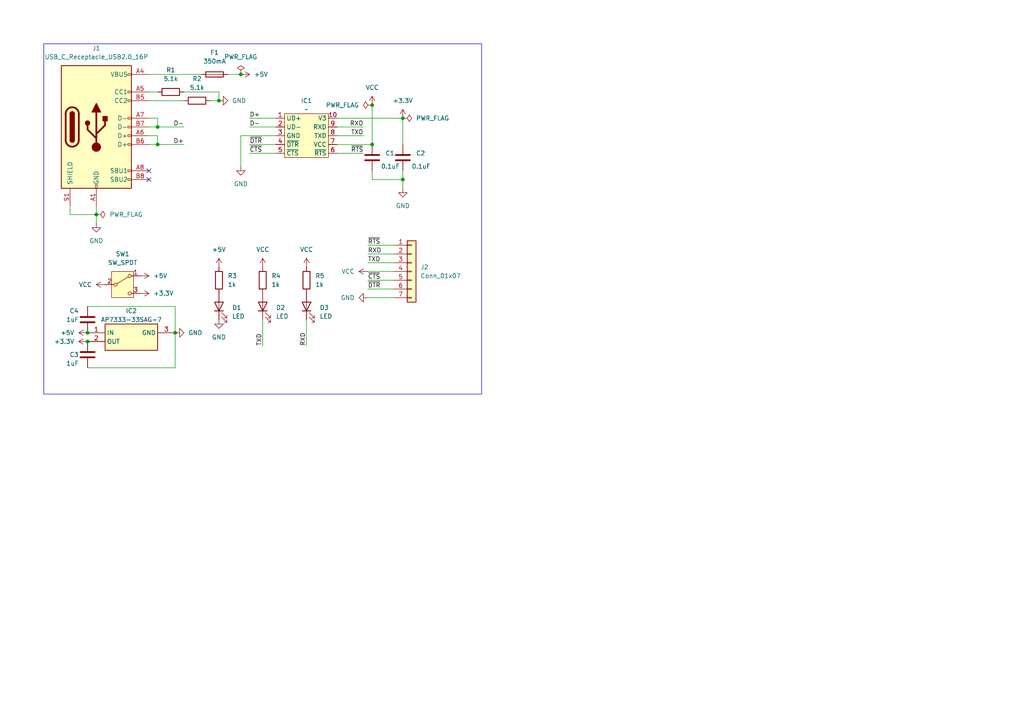
<source format=kicad_sch>
(kicad_sch (version 20231120) (generator "eeschema") (generator_version "8.0")
  (paper "A4")
  (title_block (title "UART_Programmer") (date "2024-06-29") (company "yukuyuku4123") (comment 1 "https://twitter.com/yukuyuku4123") (comment 2 "https://github.com/zukki4123"))
  (lib_symbols
    (symbol "CH340:CH340K"
      (property "Reference" "IC" (at 0 7.62 0))
      (symbol "CH340K_1_1"
        (rectangle (start -6.35 6.35) (end 6.35 -6.35) (fill (type background)))
        (pin input line (at -8.89 5.08 0) (length 2.54) (name "UD+") (number "1"))
        (pin power_in line (at 8.89 5.08 180) (length 2.54) (name "V3") (number "10"))
        (pin input line (at -8.89 2.54 0) (length 2.54) (name "UD-") (number "2"))
        (pin power_in line (at -8.89 0 0) (length 2.54) (name "GND") (number "3"))
        (pin bidirectional line (at -8.89 -2.54 0) (length 2.54) (name "~{DTR}") (number "4"))
        (pin bidirectional line (at -8.89 -5.08 0) (length 2.54) (name "~{CTS}") (number "5"))
        (pin bidirectional line (at 8.89 -5.08 180) (length 2.54) (name "~{RTS}") (number "6"))
        (pin power_in line (at 8.89 -2.54 180) (length 2.54) (name "VCC") (number "7"))
        (pin bidirectional line (at 8.89 0 180) (length 2.54) (name "TXD") (number "8"))
        (pin input line (at 8.89 2.54 180) (length 2.54) (name "RXD") (number "9"))
      )
    )
    (symbol "Connector:USB_C_Receptacle_USB2.0_16P" (pin_names (offset 1.016))
      (property "Reference" "J" (at 0 22.225 0))
      (property "Value" "USB_C_Receptacle_USB2.0_16P" (at 0 19.685 0))
      (symbol "USB_C_Receptacle_USB2.0_16P_0_0"
        (rectangle (start -0.254 -17.78) (end 0.254 -16.764))
        (rectangle (start 10.16 -14.986) (end 9.144 -15.494))
        (rectangle (start 10.16 -12.446) (end 9.144 -12.954))
        (rectangle (start 10.16 -4.826) (end 9.144 -5.334))
        (rectangle (start 10.16 -2.286) (end 9.144 -2.794))
        (rectangle (start 10.16 0.254) (end 9.144 -0.254))
        (rectangle (start 10.16 2.794) (end 9.144 2.286))
        (rectangle (start 10.16 7.874) (end 9.144 7.366))
        (rectangle (start 10.16 10.414) (end 9.144 9.906))
        (rectangle (start 10.16 15.494) (end 9.144 14.986))
      )
      (symbol "USB_C_Receptacle_USB2.0_16P_0_1"
        (rectangle (start -10.16 17.78) (end 10.16 -17.78) (stroke (width 0.254)) (fill (type background)))
        (arc (start -8.89 -3.81) (mid -6.985 -5.7067) (end -5.08 -3.81) (stroke (width 0.508)))
        (arc (start -7.62 -3.81) (mid -6.985 -4.4423) (end -6.35 -3.81) (stroke (width 0.254)))
        (arc (start -7.62 -3.81) (mid -6.985 -4.4423) (end -6.35 -3.81) (stroke (width 0.254)) (fill (type outline)))
        (rectangle (start -7.62 -3.81) (end -6.35 3.81) (stroke (width 0.254)) (fill (type outline)))
        (arc (start -6.35 3.81) (mid -6.985 4.4423) (end -7.62 3.81) (stroke (width 0.254)))
        (arc (start -6.35 3.81) (mid -6.985 4.4423) (end -7.62 3.81) (stroke (width 0.254)) (fill (type outline)))
        (arc (start -5.08 3.81) (mid -6.985 5.7067) (end -8.89 3.81) (stroke (width 0.508)))
        (circle (center -2.54 1.143) (radius 0.635) (stroke (width 0.254)) (fill (type outline)))
        (circle (center 0 -5.842) (radius 1.27) (fill (type outline)))
        (polyline (pts (xy -8.89 -3.81) (xy -8.89 3.81)) (stroke (width 0.508)))
        (polyline (pts (xy -5.08 3.81) (xy -5.08 -3.81)) (stroke (width 0.508)))
        (polyline (pts (xy 0 -5.842) (xy 0 4.318)) (stroke (width 0.508)))
        (polyline (pts (xy 0 -3.302) (xy -2.54 -0.762) (xy -2.54 0.508)) (stroke (width 0.508)))
        (polyline (pts (xy 0 -2.032) (xy 2.54 0.508) (xy 2.54 1.778)) (stroke (width 0.508)))
        (polyline (pts (xy -1.27 4.318) (xy 0 6.858) (xy 1.27 4.318) (xy -1.27 4.318)) (stroke (width 0.254)) (fill (type outline)))
        (rectangle (start 1.905 1.778) (end 3.175 3.048) (stroke (width 0.254)) (fill (type outline)))
      )
      (symbol "USB_C_Receptacle_USB2.0_16P_1_1"
        (pin passive line (at 0 -22.86 90) (length 5.08) (name "GND") (number "A1"))
        (pin passive line (at 0 -22.86 90) (length 5.08) hide (name "GND") (number "A12"))
        (pin passive line (at 15.24 15.24 180) (length 5.08) (name "VBUS") (number "A4"))
        (pin bidirectional line (at 15.24 10.16 180) (length 5.08) (name "CC1") (number "A5"))
        (pin bidirectional line (at 15.24 -2.54 180) (length 5.08) (name "D+") (number "A6"))
        (pin bidirectional line (at 15.24 2.54 180) (length 5.08) (name "D-") (number "A7"))
        (pin bidirectional line (at 15.24 -12.7 180) (length 5.08) (name "SBU1") (number "A8"))
        (pin passive line (at 15.24 15.24 180) (length 5.08) hide (name "VBUS") (number "A9"))
        (pin passive line (at 0 -22.86 90) (length 5.08) hide (name "GND") (number "B1"))
        (pin passive line (at 0 -22.86 90) (length 5.08) hide (name "GND") (number "B12"))
        (pin passive line (at 15.24 15.24 180) (length 5.08) hide (name "VBUS") (number "B4"))
        (pin bidirectional line (at 15.24 7.62 180) (length 5.08) (name "CC2") (number "B5"))
        (pin bidirectional line (at 15.24 -5.08 180) (length 5.08) (name "D+") (number "B6"))
        (pin bidirectional line (at 15.24 0 180) (length 5.08) (name "D-") (number "B7"))
        (pin bidirectional line (at 15.24 -15.24 180) (length 5.08) (name "SBU2") (number "B8"))
        (pin passive line (at 15.24 15.24 180) (length 5.08) hide (name "VBUS") (number "B9"))
        (pin passive line (at -7.62 -22.86 90) (length 5.08) (name "SHIELD") (number "S1"))
      )
    )
    (symbol "Connector_Generic:Conn_01x07" (pin_names (offset 1.016) hide)
      (property "Reference" "J" (at 0 10.16 0))
      (property "Value" "Conn_01x07" (at 0 -10.16 0))
      (symbol "Conn_01x07_1_1"
        (rectangle (start -1.27 -7.493) (end 0 -7.747) (stroke (width 0.1524)))
        (rectangle (start -1.27 -4.953) (end 0 -5.207) (stroke (width 0.1524)))
        (rectangle (start -1.27 -2.413) (end 0 -2.667) (stroke (width 0.1524)))
        (rectangle (start -1.27 0.127) (end 0 -0.127) (stroke (width 0.1524)))
        (rectangle (start -1.27 2.667) (end 0 2.413) (stroke (width 0.1524)))
        (rectangle (start -1.27 5.207) (end 0 4.953) (stroke (width 0.1524)))
        (rectangle (start -1.27 7.747) (end 0 7.493) (stroke (width 0.1524)))
        (rectangle (start -1.27 8.89) (end 1.27 -8.89) (stroke (width 0.254)) (fill (type background)))
        (pin passive line (at -5.08 7.62 0) (length 3.81) (name "Pin_1") (number "1"))
        (pin passive line (at -5.08 5.08 0) (length 3.81) (name "Pin_2") (number "2"))
        (pin passive line (at -5.08 2.54 0) (length 3.81) (name "Pin_3") (number "3"))
        (pin passive line (at -5.08 0 0) (length 3.81) (name "Pin_4") (number "4"))
        (pin passive line (at -5.08 -2.54 0) (length 3.81) (name "Pin_5") (number "5"))
        (pin passive line (at -5.08 -5.08 0) (length 3.81) (name "Pin_6") (number "6"))
        (pin passive line (at -5.08 -7.62 0) (length 3.81) (name "Pin_7") (number "7"))
      )
    )
    (symbol "Device:C" (pin_numbers hide) (pin_names (offset 0.254))
      (property "Reference" "C" (at 0.635 2.54 0))
      (property "Value" "C" (at 0.635 -2.54 0))
      (symbol "C_0_1"
        (polyline (pts (xy -2.032 -0.762) (xy 2.032 -0.762)) (stroke (width 0.508)))
        (polyline (pts (xy -2.032 0.762) (xy 2.032 0.762)) (stroke (width 0.508)))
      )
      (symbol "C_1_1"
        (pin passive line (at 0 3.81 270) (length 2.794) (name "~") (number "1"))
        (pin passive line (at 0 -3.81 90) (length 2.794) (name "~") (number "2"))
      )
    )
    (symbol "Device:Fuse" (pin_numbers hide) (pin_names (offset 0))
      (property "Reference" "F" (at 2.032 0 90))
      (property "Value" "Fuse" (at -1.905 0 90))
      (symbol "Fuse_0_1"
        (rectangle (start -0.762 -2.54) (end 0.762 2.54) (stroke (width 0.254)))
        (polyline (pts (xy 0 2.54) (xy 0 -2.54)))
      )
      (symbol "Fuse_1_1"
        (pin passive line (at 0 3.81 270) (length 1.27) (name "~") (number "1"))
        (pin passive line (at 0 -3.81 90) (length 1.27) (name "~") (number "2"))
      )
    )
    (symbol "Device:LED" (pin_numbers hide) (pin_names (offset 1.016) hide)
      (property "Reference" "D" (at 0 2.54 0))
      (property "Value" "LED" (at 0 -2.54 0))
      (symbol "LED_0_1"
        (polyline (pts (xy -1.27 -1.27) (xy -1.27 1.27)) (stroke (width 0.254)))
        (polyline (pts (xy -1.27 0) (xy 1.27 0)))
        (polyline (pts (xy 1.27 -1.27) (xy 1.27 1.27) (xy -1.27 0) (xy 1.27 -1.27)) (stroke (width 0.254)))
        (polyline (pts (xy -3.048 -0.762) (xy -4.572 -2.286) (xy -3.81 -2.286) (xy -4.572 -2.286) (xy -4.572 -1.524)))
        (polyline (pts (xy -1.778 -0.762) (xy -3.302 -2.286) (xy -2.54 -2.286) (xy -3.302 -2.286) (xy -3.302 -1.524)))
      )
      (symbol "LED_1_1"
        (pin passive line (at -3.81 0 0) (length 2.54) (name "K") (number "1"))
        (pin passive line (at 3.81 0 180) (length 2.54) (name "A") (number "2"))
      )
    )
    (symbol "Device:R" (pin_numbers hide) (pin_names (offset 0))
      (property "Reference" "R" (at 2.032 0 90))
      (property "Value" "R" (at 0 0 90))
      (symbol "R_0_1"
        (rectangle (start -1.016 -2.54) (end 1.016 2.54) (stroke (width 0.254)))
      )
      (symbol "R_1_1"
        (pin passive line (at 0 3.81 270) (length 1.27) (name "~") (number "1"))
        (pin passive line (at 0 -3.81 90) (length 1.27) (name "~") (number "2"))
      )
    )
    (symbol "SamacSys_Parts:AP7333-33SAG-7"
      (property "Reference" "IC" (at 21.59 7.62 0))
      (property "Value" "AP7333-33SAG-7" (at 21.59 5.08 0))
      (symbol "AP7333-33SAG-7_1_1"
        (rectangle (start 5.08 2.54) (end 20.32 -5.08) (stroke (width 0.254)) (fill (type background)))
        (pin passive line (at 0 0 0) (length 5.08) (name "IN") (number "1"))
        (pin passive line (at 0 -2.54 0) (length 5.08) (name "OUT") (number "2"))
        (pin passive line (at 25.4 0 180) (length 5.08) (name "GND") (number "3"))
      )
    )
    (symbol "Switch:SW_SPDT" (pin_names (offset 0) hide)
      (property "Reference" "SW" (at 0 5.08 0))
      (property "Value" "SW_SPDT" (at 0 -5.08 0))
      (symbol "SW_SPDT_0_1"
        (circle (center -2.032 0) (radius 0.4572))
        (polyline (pts (xy -1.651 0.254) (xy 1.651 2.286)))
        (circle (center 2.032 -2.54) (radius 0.4572))
        (circle (center 2.032 2.54) (radius 0.4572))
      )
      (symbol "SW_SPDT_1_1"
        (rectangle (start -3.175 3.81) (end 3.175 -3.81) (fill (type background)))
        (pin passive line (at 5.08 2.54 180) (length 2.54) (name "A") (number "1"))
        (pin passive line (at -5.08 0 0) (length 2.54) (name "B") (number "2"))
        (pin passive line (at 5.08 -2.54 180) (length 2.54) (name "C") (number "3"))
      )
    )
    (symbol "power:+3.3V" (power) (pin_numbers hide) (pin_names (offset 0) hide)
      (property "Value" "+3.3V" (at 0 3.556 0))
      (symbol "+3.3V_0_1"
        (polyline (pts (xy -0.762 1.27) (xy 0 2.54)))
        (polyline (pts (xy 0 0) (xy 0 2.54)))
        (polyline (pts (xy 0 2.54) (xy 0.762 1.27)))
      )
      (symbol "+3.3V_1_1"
        (pin power_in line (at 0 0 90) (length 0) (name "~") (number "1"))
      )
    )
    (symbol "power:+5V" (power) (pin_numbers hide) (pin_names (offset 0) hide)
      (property "Value" "+5V" (at 0 3.556 0))
      (symbol "+5V_0_1"
        (polyline (pts (xy -0.762 1.27) (xy 0 2.54)))
        (polyline (pts (xy 0 0) (xy 0 2.54)))
        (polyline (pts (xy 0 2.54) (xy 0.762 1.27)))
      )
      (symbol "+5V_1_1"
        (pin power_in line (at 0 0 90) (length 0) (name "~") (number "1"))
      )
    )
    (symbol "power:GND" (power) (pin_numbers hide) (pin_names (offset 0) hide)
      (property "Value" "GND" (at 0 -3.81 0))
      (symbol "GND_0_1"
        (polyline (pts (xy 0 0) (xy 0 -1.27) (xy 1.27 -1.27) (xy 0 -2.54) (xy -1.27 -1.27) (xy 0 -1.27)))
      )
      (symbol "GND_1_1"
        (pin power_in line (at 0 0 270) (length 0) (name "~") (number "1"))
      )
    )
    (symbol "power:PWR_FLAG" (power) (pin_numbers hide) (pin_names (offset 0) hide)
      (property "Value" "PWR_FLAG" (at 0 3.81 0))
      (symbol "PWR_FLAG_0_0"
        (pin power_out line (at 0 0 90) (length 0) (name "~") (number "1"))
      )
      (symbol "PWR_FLAG_0_1"
        (polyline (pts (xy 0 0) (xy 0 1.27) (xy -1.016 1.905) (xy 0 2.54) (xy 1.016 1.905) (xy 0 1.27)))
      )
    )
    (symbol "power:VCC" (power) (pin_numbers hide) (pin_names (offset 0) hide)
      (property "Value" "VCC" (at 0 3.556 0))
      (symbol "VCC_0_1"
        (polyline (pts (xy -0.762 1.27) (xy 0 2.54)))
        (polyline (pts (xy 0 0) (xy 0 2.54)))
        (polyline (pts (xy 0 2.54) (xy 0.762 1.27)))
      )
      (symbol "VCC_1_1"
        (pin power_in line (at 0 0 90) (length 0) (name "~") (number "1"))
      )
    )
  )
  (junction (at 45.72 41.91))
  (junction (at 69.85 21.59))
  (junction (at 63.5 29.21))
  (junction (at 107.95 41.91))
  (junction (at 45.72 36.83))
  (junction (at 107.95 30.48))
  (junction (at 25.4 99.06))
  (junction (at 25.4 96.52))
  (junction (at 116.84 52.07))
  (junction (at 50.8 96.52))
  (junction (at 116.84 34.29))
  (junction (at 27.94 62.23))
  (no_connect (at 43.18 52.07))
  (no_connect (at 43.18 49.53))
  (wire (pts (xy 116.84 52.07) (xy 116.84 49.53)))
  (wire (pts (xy 20.32 62.23) (xy 27.94 62.23)))
  (wire (pts (xy 53.34 26.67) (xy 63.5 26.67)))
  (wire (pts (xy 114.3 71.12) (xy 106.68 71.12)))
  (wire (pts (xy 43.18 26.67) (xy 45.72 26.67)))
  (wire (pts (xy 72.39 41.91) (xy 80.01 41.91)))
  (wire (pts (xy 107.95 49.53) (xy 107.95 52.07)))
  (wire (pts (xy 72.39 44.45) (xy 80.01 44.45)))
  (wire (pts (xy 97.79 36.83) (xy 105.41 36.83)))
  (wire (pts (xy 43.18 34.29) (xy 45.72 34.29)))
  (wire (pts (xy 106.68 78.74) (xy 114.3 78.74)))
  (wire (pts (xy 25.4 106.68) (xy 50.8 106.68)))
  (wire (pts (xy 114.3 76.2) (xy 106.68 76.2)))
  (wire (pts (xy 106.68 81.28) (xy 114.3 81.28)))
  (wire (pts (xy 50.8 106.68) (xy 50.8 96.52)))
  (wire (pts (xy 116.84 34.29) (xy 116.84 41.91)))
  (wire (pts (xy 88.9 92.71) (xy 88.9 100.33)))
  (wire (pts (xy 97.79 41.91) (xy 107.95 41.91)))
  (wire (pts (xy 97.79 34.29) (xy 116.84 34.29)))
  (wire (pts (xy 45.72 34.29) (xy 45.72 36.83)))
  (wire (pts (xy 72.39 34.29) (xy 80.01 34.29)))
  (wire (pts (xy 45.72 36.83) (xy 53.34 36.83)))
  (wire (pts (xy 63.5 26.67) (xy 63.5 29.21)))
  (wire (pts (xy 107.95 52.07) (xy 116.84 52.07)))
  (wire (pts (xy 45.72 41.91) (xy 53.34 41.91)))
  (wire (pts (xy 20.32 59.69) (xy 20.32 62.23)))
  (wire (pts (xy 43.18 29.21) (xy 53.34 29.21)))
  (wire (pts (xy 72.39 36.83) (xy 80.01 36.83)))
  (wire (pts (xy 27.94 62.23) (xy 27.94 59.69)))
  (wire (pts (xy 76.2 92.71) (xy 76.2 100.33)))
  (wire (pts (xy 43.18 41.91) (xy 45.72 41.91)))
  (wire (pts (xy 50.8 88.9) (xy 50.8 96.52)))
  (wire (pts (xy 114.3 73.66) (xy 106.68 73.66)))
  (wire (pts (xy 116.84 52.07) (xy 116.84 54.61)))
  (wire (pts (xy 43.18 39.37) (xy 45.72 39.37)))
  (wire (pts (xy 97.79 44.45) (xy 105.41 44.45)))
  (wire (pts (xy 43.18 21.59) (xy 58.42 21.59)))
  (wire (pts (xy 43.18 36.83) (xy 45.72 36.83)))
  (wire (pts (xy 107.95 30.48) (xy 107.95 41.91)))
  (wire (pts (xy 66.04 21.59) (xy 69.85 21.59)))
  (wire (pts (xy 106.68 83.82) (xy 114.3 83.82)))
  (wire (pts (xy 80.01 39.37) (xy 69.85 39.37)))
  (wire (pts (xy 69.85 39.37) (xy 69.85 48.26)))
  (wire (pts (xy 60.96 29.21) (xy 63.5 29.21)))
  (wire (pts (xy 97.79 39.37) (xy 105.41 39.37)))
  (wire (pts (xy 45.72 39.37) (xy 45.72 41.91)))
  (wire (pts (xy 27.94 62.23) (xy 27.94 64.77)))
  (wire (pts (xy 25.4 88.9) (xy 50.8 88.9)))
  (wire (pts (xy 106.68 86.36) (xy 114.3 86.36)))
  (rectangle (start 12.7 12.7) (end 139.7 114.3))
  (label "D+" (at 72.39 34.29 0))
  (label "~{CTS}" (at 106.68 81.28 0))
  (label "~{CTS}" (at 72.39 44.45 0))
  (label "D-" (at 53.34 36.83 180))
  (label "TXD" (at 76.2 100.33 90))
  (label "TXD" (at 106.68 76.2 0))
  (label "TXD" (at 105.41 39.37 180))
  (label "RXD" (at 88.9 100.33 90))
  (label "D+" (at 53.34 41.91 180))
  (label "RXD" (at 105.41 36.83 180))
  (label "D-" (at 72.39 36.83 0))
  (label "~{DTR}" (at 72.39 41.91 0))
  (label "~{RTS}" (at 106.68 71.12 0))
  (label "~{RTS}" (at 105.41 44.45 180))
  (label "~{DTR}" (at 106.68 83.82 0))
  (label "RXD" (at 106.68 73.66 0))
  (symbol (lib_id "power:GND") (at 27.94 64.77 0) (unit 1)
    (property "Reference" "#PWR01" (effects (hide yes)))
    (property "Value" "GND" (at 27.94 69.85 0))
    (property "Description" "Power symbol creates a global label with name \"GND\" , ground" (effects (hide yes)))
  )
  (symbol (lib_id "Device:R") (at 57.15 29.21 270) (unit 1)
    (property "Reference" "R2" (at 57.15 22.86 90))
    (property "Value" "5.1k" (at 57.15 25.4 90))
    (property "Footprint" "Resistor_SMD:R_0603_1608Metric" (effects (hide yes)))
    (property "Description" "Resistor" (effects (hide yes)))
  )
  (symbol (lib_id "Switch:SW_SPDT") (at 35.56 82.55 0) (unit 1)
    (property "Reference" "SW1" (at 35.56 73.66 0))
    (property "Value" "SW_SPDT" (at 35.56 76.2 0))
    (property "Footprint" "Button_Switch_THT:SW_Slide_SPDT_Angled_CK_OS102011MA1Q" (effects (hide yes)))
    (property "Description" "Switch, single pole double throw" (effects (hide yes)))
  )
  (symbol (lib_id "Device:C") (at 25.4 102.87 0) (mirror y) (unit 1)
    (property "Reference" "C3" (at 22.86 102.87 0) (effects (justify left)))
    (property "Value" "1uF" (at 22.86 105.41 0) (effects (justify left)))
    (property "Footprint" "Capacitor_SMD:C_0603_1608Metric" (effects (hide yes)))
    (property "Description" "Unpolarized capacitor" (effects (hide yes)))
  )
  (symbol (lib_id "SamacSys_Parts:AP7333-33SAG-7") (at 25.4 96.52 0) (unit 1)
    (property "Reference" "IC2" (at 38.1 90.17 0))
    (property "Value" "AP7333-33SAG-7" (at 38.1 92.71 0))
    (property "Footprint" "Package_TO_SOT_SMD:TSOT-23" (effects (hide yes)))
    (property "Datasheet" "https://www.diodes.com//assets/Datasheets/AP7333.pdf" (effects (hide yes)))
    (property "Description" "Linear Voltage Regulator IC Positive Fixed 1 Output 300mA SOT-23-3" (effects (hide yes)))
    (property "Height" "1.35" (effects (hide yes)))
    (property "Mouser Part Number" "621-AP7333-33SAG-7" (effects (hide yes)))
    (property "Mouser Price/Stock" "https://www.mouser.co.uk/ProductDetail/Diodes-Incorporated/AP7333-33SAG-7?qs=vIZ3oKQCLxpWqm5zu2HqxA%3D%3D" (effects (hide yes)))
    (property "Manufacturer_Name" "Diodes Incorporated" (effects (hide yes)))
    (property "Manufacturer_Part_Number" "AP7333-33SAG-7" (effects (hide yes)))
  )
  (symbol (lib_id "power:VCC") (at 107.95 30.48 0) (unit 1)
    (property "Reference" "#PWR05" (effects (hide yes)))
    (property "Value" "VCC" (at 107.95 25.4 0))
    (property "Description" "Power symbol creates a global label with name \"VCC\"" (effects (hide yes)))
  )
  (symbol (lib_id "power:PWR_FLAG") (at 116.84 34.29 270) (unit 1)
    (property "Reference" "#FLG02" (effects (hide yes)))
    (property "Value" "PWR_FLAG" (at 120.65 34.2899 90) (effects (justify left)))
    (property "Description" "Special symbol for telling ERC where power comes from" (effects (hide yes)))
  )
  (symbol (lib_id "CH340:CH340K") (at 88.9 39.37 0) (unit 1)
    (property "Reference" "IC1" (at 88.9 29.21 0))
    (property "Value" "~" (at 88.9 31.75 0))
    (property "Footprint" "Package_SO:SSOP-10_3.9x4.9mm_P1.00mm" (effects (hide yes)))
  )
  (symbol (lib_id "Device:R") (at 63.5 81.28 0) (unit 1)
    (property "Reference" "R3" (at 66.04 80.0099 0) (effects (justify left)))
    (property "Value" "1k" (at 66.04 82.5499 0) (effects (justify left)))
    (property "Footprint" "Resistor_SMD:R_0603_1608Metric" (effects (hide yes)))
    (property "Description" "Resistor" (effects (hide yes)))
  )
  (symbol (lib_id "power:PWR_FLAG") (at 69.85 21.59 0) (unit 1)
    (property "Reference" "#FLG04" (effects (hide yes)))
    (property "Value" "PWR_FLAG" (at 69.85 16.51 0))
    (property "Description" "Special symbol for telling ERC where power comes from" (effects (hide yes)))
  )
  (symbol (lib_id "Device:C") (at 116.84 45.72 0) (unit 1)
    (property "Reference" "C2" (at 120.65 44.4499 0) (effects (justify left)))
    (property "Value" "0.1uF" (at 119.38 48.26 0) (effects (justify left)))
    (property "Footprint" "Capacitor_SMD:C_0402_1005Metric" (effects (hide yes)))
    (property "Description" "Unpolarized capacitor" (effects (hide yes)))
  )
  (symbol (lib_id "Device:Fuse") (at 62.23 21.59 90) (unit 1)
    (property "Reference" "F1" (at 62.23 15.24 90))
    (property "Value" "350mA" (at 62.23 17.78 90))
    (property "Footprint" "Fuse:Fuse_0402_1005Metric" (effects (hide yes)))
    (property "Description" "Fuse" (effects (hide yes)))
  )
  (symbol (lib_id "power:PWR_FLAG") (at 107.95 30.48 90) (unit 1)
    (property "Reference" "#FLG03" (effects (hide yes)))
    (property "Value" "PWR_FLAG" (at 104.14 30.4799 90) (effects (justify left)))
    (property "Description" "Special symbol for telling ERC where power comes from" (effects (hide yes)))
  )
  (symbol (lib_id "power:+3.3V") (at 25.4 99.06 90) (unit 1)
    (property "Reference" "#PWR010" (effects (hide yes)))
    (property "Value" "+3.3V" (at 21.59 99.0599 90) (effects (justify left)))
    (property "Description" "Power symbol creates a global label with name \"+3.3V\"" (effects (hide yes)))
  )
  (symbol (lib_id "power:GND") (at 106.68 86.36 270) (unit 1)
    (property "Reference" "#PWR015" (effects (hide yes)))
    (property "Value" "GND" (at 102.87 86.3599 90) (effects (justify right)))
    (property "Description" "Power symbol creates a global label with name \"GND\" , ground" (effects (hide yes)))
  )
  (symbol (lib_id "power:VCC") (at 88.9 77.47 0) (unit 1)
    (property "Reference" "#PWR014" (effects (hide yes)))
    (property "Value" "VCC" (at 88.9 72.39 0))
    (property "Description" "Power symbol creates a global label with name \"VCC\"" (effects (hide yes)))
  )
  (symbol (lib_id "Device:R") (at 88.9 81.28 0) (unit 1)
    (property "Reference" "R5" (at 91.44 80.0099 0) (effects (justify left)))
    (property "Value" "1k" (at 91.44 82.5499 0) (effects (justify left)))
    (property "Footprint" "Resistor_SMD:R_0603_1608Metric" (effects (hide yes)))
    (property "Description" "Resistor" (effects (hide yes)))
  )
  (symbol (lib_id "power:PWR_FLAG") (at 27.94 62.23 270) (unit 1)
    (property "Reference" "#FLG01" (effects (hide yes)))
    (property "Value" "PWR_FLAG" (at 31.75 62.2299 90) (effects (justify left)))
    (property "Description" "Special symbol for telling ERC where power comes from" (effects (hide yes)))
  )
  (symbol (lib_id "Device:LED") (at 63.5 88.9 90) (unit 1)
    (property "Reference" "D1" (at 67.31 89.2174 90) (effects (justify right)))
    (property "Value" "LED" (at 67.31 91.7574 90) (effects (justify right)))
    (property "Footprint" "LED_SMD:LED_0603_1608Metric" (effects (hide yes)))
    (property "Description" "Light emitting diode" (effects (hide yes)))
  )
  (symbol (lib_id "Connector_Generic:Conn_01x07") (at 119.38 78.74 0) (unit 1)
    (property "Reference" "J2" (at 121.92 77.4699 0) (effects (justify left)))
    (property "Value" "Conn_01x07" (at 121.92 80.0099 0) (effects (justify left)))
    (property "Footprint" "Connector_PinHeader_2.54mm:PinHeader_1x07_P2.54mm_Vertical" (effects (hide yes)))
    (property "Description" "Generic connector, single row, 01x07, script generated (kicad-library-utils/schlib/autogen/connector/)" (effects (hide yes)))
  )
  (symbol (lib_id "power:VCC") (at 30.48 82.55 90) (unit 1)
    (property "Reference" "#PWR019" (effects (hide yes)))
    (property "Value" "VCC" (at 26.67 82.5499 90) (effects (justify left)))
    (property "Description" "Power symbol creates a global label with name \"VCC\"" (effects (hide yes)))
  )
  (symbol (lib_id "power:+3.3V") (at 116.84 34.29 0) (unit 1)
    (property "Reference" "#PWR06" (effects (hide yes)))
    (property "Value" "+3.3V" (at 116.84 29.21 0))
    (property "Description" "Power symbol creates a global label with name \"+3.3V\"" (effects (hide yes)))
  )
  (symbol (lib_id "Device:LED") (at 76.2 88.9 90) (unit 1)
    (property "Reference" "D2" (at 80.01 89.2174 90) (effects (justify right)))
    (property "Value" "LED" (at 80.01 91.7574 90) (effects (justify right)))
    (property "Footprint" "LED_SMD:LED_0603_1608Metric" (effects (hide yes)))
    (property "Description" "Light emitting diode" (effects (hide yes)))
  )
  (symbol (lib_id "Connector:USB_C_Receptacle_USB2.0_16P") (at 27.94 36.83 0) (unit 1)
    (property "Reference" "J1" (at 27.94 13.97 0))
    (property "Value" "USB_C_Receptacle_USB2.0_16P" (at 27.94 16.51 0))
    (property "Footprint" "Connector_USB:USB_C_Receptacle_GCT_USB4105-xx-A_16P_TopMnt_Horizontal" (effects (hide yes)))
    (property "Datasheet" "https://www.usb.org/sites/default/files/documents/usb_type-c.zip" (effects (hide yes)))
    (property "Description" "USB 2.0-only 16P Type-C Receptacle connector" (effects (hide yes)))
  )
  (symbol (lib_id "power:+5V") (at 63.5 77.47 0) (unit 1)
    (property "Reference" "#PWR012" (effects (hide yes)))
    (property "Value" "+5V" (at 63.5 72.39 0))
    (property "Description" "Power symbol creates a global label with name \"+5V\"" (effects (hide yes)))
  )
  (symbol (lib_id "power:GND") (at 50.8 96.52 90) (unit 1)
    (property "Reference" "#PWR08" (effects (hide yes)))
    (property "Value" "GND" (at 54.61 96.5199 90) (effects (justify right)))
    (property "Description" "Power symbol creates a global label with name \"GND\" , ground" (effects (hide yes)))
  )
  (symbol (lib_id "power:GND") (at 69.85 48.26 0) (unit 1)
    (property "Reference" "#PWR04" (effects (hide yes)))
    (property "Value" "GND" (at 69.85 53.34 0))
    (property "Description" "Power symbol creates a global label with name \"GND\" , ground" (effects (hide yes)))
  )
  (symbol (lib_id "power:VCC") (at 106.68 78.74 90) (unit 1)
    (property "Reference" "#PWR016" (effects (hide yes)))
    (property "Value" "VCC" (at 102.87 78.7399 90) (effects (justify left)))
    (property "Description" "Power symbol creates a global label with name \"VCC\"" (effects (hide yes)))
  )
  (symbol (lib_id "power:GND") (at 63.5 29.21 90) (unit 1)
    (property "Reference" "#PWR02" (effects (hide yes)))
    (property "Value" "GND" (at 67.31 29.2099 90) (effects (justify right)))
    (property "Description" "Power symbol creates a global label with name \"GND\" , ground" (effects (hide yes)))
  )
  (symbol (lib_id "power:GND") (at 63.5 92.71 0) (unit 1)
    (property "Reference" "#PWR011" (effects (hide yes)))
    (property "Value" "GND" (at 63.5 97.79 0))
    (property "Description" "Power symbol creates a global label with name \"GND\" , ground" (effects (hide yes)))
  )
  (symbol (lib_id "power:+5V") (at 40.64 80.01 270) (unit 1)
    (property "Reference" "#PWR017" (effects (hide yes)))
    (property "Value" "+5V" (at 44.45 80.0099 90) (effects (justify left)))
    (property "Description" "Power symbol creates a global label with name \"+5V\"" (effects (hide yes)))
  )
  (symbol (lib_id "Device:R") (at 49.53 26.67 270) (unit 1)
    (property "Reference" "R1" (at 49.53 20.32 90))
    (property "Value" "5.1k" (at 49.53 22.86 90))
    (property "Footprint" "Resistor_SMD:R_0603_1608Metric" (effects (hide yes)))
    (property "Description" "Resistor" (effects (hide yes)))
  )
  (symbol (lib_id "power:VCC") (at 76.2 77.47 0) (unit 1)
    (property "Reference" "#PWR013" (effects (hide yes)))
    (property "Value" "VCC" (at 76.2 72.39 0))
    (property "Description" "Power symbol creates a global label with name \"VCC\"" (effects (hide yes)))
  )
  (symbol (lib_id "power:+5V") (at 25.4 96.52 90) (unit 1)
    (property "Reference" "#PWR09" (effects (hide yes)))
    (property "Value" "+5V" (at 21.59 96.5199 90) (effects (justify left)))
    (property "Description" "Power symbol creates a global label with name \"+5V\"" (effects (hide yes)))
  )
  (symbol (lib_id "Device:C") (at 25.4 92.71 0) (mirror y) (unit 1)
    (property "Reference" "C4" (at 22.86 90.17 0) (effects (justify left)))
    (property "Value" "1uF" (at 22.86 92.71 0) (effects (justify left)))
    (property "Footprint" "Capacitor_SMD:C_0603_1608Metric" (effects (hide yes)))
    (property "Description" "Unpolarized capacitor" (effects (hide yes)))
  )
  (symbol (lib_id "power:+5V") (at 69.85 21.59 270) (unit 1)
    (property "Reference" "#PWR07" (effects (hide yes)))
    (property "Value" "+5V" (at 73.66 21.5899 90) (effects (justify left)))
    (property "Description" "Power symbol creates a global label with name \"+5V\"" (effects (hide yes)))
  )
  (symbol (lib_id "Device:C") (at 107.95 45.72 0) (unit 1)
    (property "Reference" "C1" (at 111.76 44.4499 0) (effects (justify left)))
    (property "Value" "0.1uF" (at 110.49 48.26 0) (effects (justify left)))
    (property "Footprint" "Capacitor_SMD:C_0402_1005Metric" (effects (hide yes)))
    (property "Description" "Unpolarized capacitor" (effects (hide yes)))
  )
  (symbol (lib_id "power:GND") (at 116.84 54.61 0) (unit 1)
    (property "Reference" "#PWR03" (effects (hide yes)))
    (property "Value" "GND" (at 116.84 59.69 0))
    (property "Description" "Power symbol creates a global label with name \"GND\" , ground" (effects (hide yes)))
  )
  (symbol (lib_id "Device:LED") (at 88.9 88.9 90) (unit 1)
    (property "Reference" "D3" (at 92.71 89.2174 90) (effects (justify right)))
    (property "Value" "LED" (at 92.71 91.7574 90) (effects (justify right)))
    (property "Footprint" "LED_SMD:LED_0603_1608Metric" (effects (hide yes)))
    (property "Description" "Light emitting diode" (effects (hide yes)))
  )
  (symbol (lib_id "Device:R") (at 76.2 81.28 0) (unit 1)
    (property "Reference" "R4" (at 78.74 80.0099 0) (effects (justify left)))
    (property "Value" "1k" (at 78.74 82.5499 0) (effects (justify left)))
    (property "Footprint" "Resistor_SMD:R_0603_1608Metric" (effects (hide yes)))
    (property "Description" "Resistor" (effects (hide yes)))
  )
  (symbol (lib_id "power:+3.3V") (at 40.64 85.09 270) (unit 1)
    (property "Reference" "#PWR018" (effects (hide yes)))
    (property "Value" "+3.3V" (at 44.45 85.0899 90) (effects (justify left)))
    (property "Description" "Power symbol creates a global label with name \"+3.3V\"" (effects (hide yes)))
  )
)
</source>
